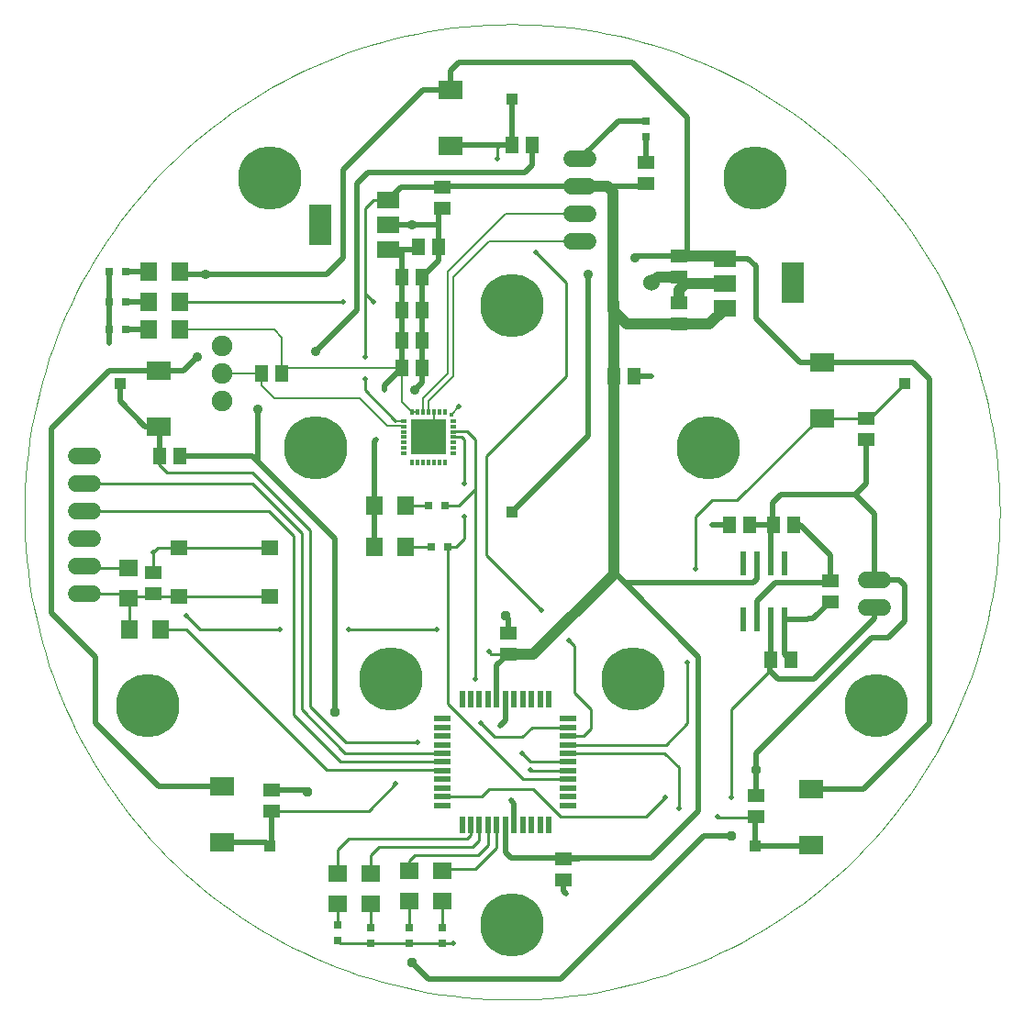
<source format=gtl>
G75*
%MOIN*%
%OFA0B0*%
%FSLAX25Y25*%
%IPPOS*%
%LPD*%
%AMOC8*
5,1,8,0,0,1.08239X$1,22.5*
%
%ADD10C,0.00039*%
%ADD11R,0.08661X0.07087*%
%ADD12R,0.04134X0.04134*%
%ADD13R,0.07900X0.05900*%
%ADD14R,0.07900X0.15000*%
%ADD15R,0.05906X0.05118*%
%ADD16R,0.05118X0.05906*%
%ADD17R,0.01969X0.05906*%
%ADD18R,0.05906X0.01969*%
%ADD19R,0.03150X0.03150*%
%ADD20R,0.07098X0.06299*%
%ADD21R,0.06299X0.07098*%
%ADD22C,0.06000*%
%ADD23R,0.06300X0.05512*%
%ADD24R,0.01181X0.02362*%
%ADD25R,0.02362X0.01181*%
%ADD26R,0.12992X0.12992*%
%ADD27R,0.01713X0.01713*%
%ADD28C,0.07500*%
%ADD29C,0.23000*%
%ADD30R,0.02362X0.08661*%
%ADD31C,0.02000*%
%ADD32C,0.03543*%
%ADD33C,0.01950*%
%ADD34C,0.00800*%
%ADD35C,0.04000*%
%ADD36C,0.06000*%
%ADD37C,0.01000*%
%ADD38C,0.03750*%
%ADD39C,0.03600*%
D10*
X0300276Y0192366D02*
X0300329Y0196714D01*
X0300489Y0201059D01*
X0300756Y0205399D01*
X0301129Y0209731D01*
X0301608Y0214053D01*
X0302194Y0218362D01*
X0302884Y0222654D01*
X0303680Y0226929D01*
X0304581Y0231183D01*
X0305585Y0235414D01*
X0306694Y0239618D01*
X0307905Y0243794D01*
X0309218Y0247939D01*
X0310632Y0252051D01*
X0312147Y0256127D01*
X0313762Y0260164D01*
X0315475Y0264161D01*
X0317286Y0268114D01*
X0319193Y0272021D01*
X0321195Y0275881D01*
X0323292Y0279690D01*
X0325482Y0283447D01*
X0327763Y0287149D01*
X0330134Y0290794D01*
X0332594Y0294379D01*
X0335141Y0297903D01*
X0337774Y0301364D01*
X0340491Y0304758D01*
X0343290Y0308085D01*
X0346170Y0311343D01*
X0349130Y0314528D01*
X0352166Y0317641D01*
X0355279Y0320677D01*
X0358464Y0323637D01*
X0361722Y0326517D01*
X0365049Y0329316D01*
X0368443Y0332033D01*
X0371904Y0334666D01*
X0375428Y0337213D01*
X0379013Y0339673D01*
X0382658Y0342044D01*
X0386360Y0344325D01*
X0390117Y0346515D01*
X0393926Y0348612D01*
X0397786Y0350614D01*
X0401693Y0352521D01*
X0405646Y0354332D01*
X0409643Y0356045D01*
X0413680Y0357660D01*
X0417756Y0359175D01*
X0421868Y0360589D01*
X0426013Y0361902D01*
X0430189Y0363113D01*
X0434393Y0364222D01*
X0438624Y0365226D01*
X0442878Y0366127D01*
X0447153Y0366923D01*
X0451445Y0367613D01*
X0455754Y0368199D01*
X0460076Y0368678D01*
X0464408Y0369051D01*
X0468748Y0369318D01*
X0473093Y0369478D01*
X0477441Y0369531D01*
X0481789Y0369478D01*
X0486134Y0369318D01*
X0490474Y0369051D01*
X0494806Y0368678D01*
X0499128Y0368199D01*
X0503437Y0367613D01*
X0507729Y0366923D01*
X0512004Y0366127D01*
X0516258Y0365226D01*
X0520489Y0364222D01*
X0524693Y0363113D01*
X0528869Y0361902D01*
X0533014Y0360589D01*
X0537126Y0359175D01*
X0541202Y0357660D01*
X0545239Y0356045D01*
X0549236Y0354332D01*
X0553189Y0352521D01*
X0557096Y0350614D01*
X0560956Y0348612D01*
X0564765Y0346515D01*
X0568522Y0344325D01*
X0572224Y0342044D01*
X0575869Y0339673D01*
X0579454Y0337213D01*
X0582978Y0334666D01*
X0586439Y0332033D01*
X0589833Y0329316D01*
X0593160Y0326517D01*
X0596418Y0323637D01*
X0599603Y0320677D01*
X0602716Y0317641D01*
X0605752Y0314528D01*
X0608712Y0311343D01*
X0611592Y0308085D01*
X0614391Y0304758D01*
X0617108Y0301364D01*
X0619741Y0297903D01*
X0622288Y0294379D01*
X0624748Y0290794D01*
X0627119Y0287149D01*
X0629400Y0283447D01*
X0631590Y0279690D01*
X0633687Y0275881D01*
X0635689Y0272021D01*
X0637596Y0268114D01*
X0639407Y0264161D01*
X0641120Y0260164D01*
X0642735Y0256127D01*
X0644250Y0252051D01*
X0645664Y0247939D01*
X0646977Y0243794D01*
X0648188Y0239618D01*
X0649297Y0235414D01*
X0650301Y0231183D01*
X0651202Y0226929D01*
X0651998Y0222654D01*
X0652688Y0218362D01*
X0653274Y0214053D01*
X0653753Y0209731D01*
X0654126Y0205399D01*
X0654393Y0201059D01*
X0654553Y0196714D01*
X0654606Y0192366D01*
X0654553Y0188018D01*
X0654393Y0183673D01*
X0654126Y0179333D01*
X0653753Y0175001D01*
X0653274Y0170679D01*
X0652688Y0166370D01*
X0651998Y0162078D01*
X0651202Y0157803D01*
X0650301Y0153549D01*
X0649297Y0149318D01*
X0648188Y0145114D01*
X0646977Y0140938D01*
X0645664Y0136793D01*
X0644250Y0132681D01*
X0642735Y0128605D01*
X0641120Y0124568D01*
X0639407Y0120571D01*
X0637596Y0116618D01*
X0635689Y0112711D01*
X0633687Y0108851D01*
X0631590Y0105042D01*
X0629400Y0101285D01*
X0627119Y0097583D01*
X0624748Y0093938D01*
X0622288Y0090353D01*
X0619741Y0086829D01*
X0617108Y0083368D01*
X0614391Y0079974D01*
X0611592Y0076647D01*
X0608712Y0073389D01*
X0605752Y0070204D01*
X0602716Y0067091D01*
X0599603Y0064055D01*
X0596418Y0061095D01*
X0593160Y0058215D01*
X0589833Y0055416D01*
X0586439Y0052699D01*
X0582978Y0050066D01*
X0579454Y0047519D01*
X0575869Y0045059D01*
X0572224Y0042688D01*
X0568522Y0040407D01*
X0564765Y0038217D01*
X0560956Y0036120D01*
X0557096Y0034118D01*
X0553189Y0032211D01*
X0549236Y0030400D01*
X0545239Y0028687D01*
X0541202Y0027072D01*
X0537126Y0025557D01*
X0533014Y0024143D01*
X0528869Y0022830D01*
X0524693Y0021619D01*
X0520489Y0020510D01*
X0516258Y0019506D01*
X0512004Y0018605D01*
X0507729Y0017809D01*
X0503437Y0017119D01*
X0499128Y0016533D01*
X0494806Y0016054D01*
X0490474Y0015681D01*
X0486134Y0015414D01*
X0481789Y0015254D01*
X0477441Y0015201D01*
X0473093Y0015254D01*
X0468748Y0015414D01*
X0464408Y0015681D01*
X0460076Y0016054D01*
X0455754Y0016533D01*
X0451445Y0017119D01*
X0447153Y0017809D01*
X0442878Y0018605D01*
X0438624Y0019506D01*
X0434393Y0020510D01*
X0430189Y0021619D01*
X0426013Y0022830D01*
X0421868Y0024143D01*
X0417756Y0025557D01*
X0413680Y0027072D01*
X0409643Y0028687D01*
X0405646Y0030400D01*
X0401693Y0032211D01*
X0397786Y0034118D01*
X0393926Y0036120D01*
X0390117Y0038217D01*
X0386360Y0040407D01*
X0382658Y0042688D01*
X0379013Y0045059D01*
X0375428Y0047519D01*
X0371904Y0050066D01*
X0368443Y0052699D01*
X0365049Y0055416D01*
X0361722Y0058215D01*
X0358464Y0061095D01*
X0355279Y0064055D01*
X0352166Y0067091D01*
X0349130Y0070204D01*
X0346170Y0073389D01*
X0343290Y0076647D01*
X0340491Y0079974D01*
X0337774Y0083368D01*
X0335141Y0086829D01*
X0332594Y0090353D01*
X0330134Y0093938D01*
X0327763Y0097583D01*
X0325482Y0101285D01*
X0323292Y0105042D01*
X0321195Y0108851D01*
X0319193Y0112711D01*
X0317286Y0116618D01*
X0315475Y0120571D01*
X0313762Y0124568D01*
X0312147Y0128605D01*
X0310632Y0132681D01*
X0309218Y0136793D01*
X0307905Y0140938D01*
X0306694Y0145114D01*
X0305585Y0149318D01*
X0304581Y0153549D01*
X0303680Y0157803D01*
X0302884Y0162078D01*
X0302194Y0166370D01*
X0301608Y0170679D01*
X0301129Y0175001D01*
X0300756Y0179333D01*
X0300489Y0183673D01*
X0300329Y0188018D01*
X0300276Y0192366D01*
D11*
X0349000Y0223461D03*
X0349000Y0243539D03*
X0455000Y0325461D03*
X0455000Y0345539D03*
X0590000Y0246539D03*
X0590000Y0226461D03*
X0586000Y0091539D03*
X0586000Y0071461D03*
X0372000Y0072461D03*
X0372000Y0092539D03*
D12*
X0389252Y0071106D03*
X0477441Y0192366D03*
X0565630Y0071106D03*
X0619961Y0238823D03*
X0477441Y0342366D03*
X0334921Y0238823D03*
D13*
X0432400Y0287600D03*
X0432400Y0296600D03*
X0432400Y0305600D03*
X0554600Y0284400D03*
X0554600Y0275400D03*
X0554600Y0266400D03*
D14*
X0579400Y0275500D03*
X0407600Y0296500D03*
D15*
X0452000Y0302760D03*
X0452000Y0310240D03*
X0526000Y0311760D03*
X0526000Y0319240D03*
X0538000Y0285240D03*
X0538000Y0277760D03*
X0538000Y0268240D03*
X0538000Y0260760D03*
X0606000Y0226240D03*
X0606000Y0218760D03*
X0593000Y0167240D03*
X0593000Y0159760D03*
X0566000Y0089240D03*
X0566000Y0081760D03*
X0496000Y0066240D03*
X0496000Y0058760D03*
X0476000Y0140760D03*
X0476000Y0148240D03*
X0390000Y0091240D03*
X0390000Y0083760D03*
X0347000Y0162760D03*
X0347000Y0170240D03*
D16*
X0349260Y0212500D03*
X0356740Y0212500D03*
X0386260Y0242500D03*
X0393740Y0242500D03*
X0437260Y0244500D03*
X0444740Y0244500D03*
X0444740Y0254500D03*
X0437260Y0254500D03*
X0437260Y0265500D03*
X0444740Y0265500D03*
X0444740Y0277500D03*
X0437260Y0277500D03*
X0443260Y0288500D03*
X0450740Y0288500D03*
X0477260Y0325500D03*
X0484740Y0325500D03*
X0514260Y0241500D03*
X0521740Y0241500D03*
X0556260Y0187500D03*
X0563740Y0187500D03*
X0572260Y0187500D03*
X0579740Y0187500D03*
X0578740Y0138500D03*
X0571260Y0138500D03*
D17*
X0490748Y0124335D03*
X0487598Y0124335D03*
X0484449Y0124335D03*
X0481299Y0124335D03*
X0478150Y0124335D03*
X0475000Y0124335D03*
X0471850Y0124335D03*
X0468701Y0124335D03*
X0465551Y0124335D03*
X0462402Y0124335D03*
X0459252Y0124335D03*
X0459252Y0078665D03*
X0462402Y0078665D03*
X0465551Y0078665D03*
X0468701Y0078665D03*
X0471850Y0078665D03*
X0475000Y0078665D03*
X0478150Y0078665D03*
X0481299Y0078665D03*
X0484449Y0078665D03*
X0487598Y0078665D03*
X0490748Y0078665D03*
D18*
X0497835Y0085752D03*
X0497835Y0088902D03*
X0497835Y0092051D03*
X0497835Y0095201D03*
X0497835Y0098350D03*
X0497835Y0101500D03*
X0497835Y0104650D03*
X0497835Y0107799D03*
X0497835Y0110949D03*
X0497835Y0114098D03*
X0497835Y0117248D03*
X0452165Y0117248D03*
X0452165Y0114098D03*
X0452165Y0110949D03*
X0452165Y0107799D03*
X0452165Y0104650D03*
X0452165Y0101500D03*
X0452165Y0098350D03*
X0452165Y0095201D03*
X0452165Y0092051D03*
X0452165Y0088902D03*
X0452165Y0085752D03*
D19*
X0452000Y0041453D03*
X0452000Y0035547D03*
X0440000Y0035547D03*
X0440000Y0041453D03*
X0426000Y0041453D03*
X0426000Y0035547D03*
X0414000Y0036547D03*
X0414000Y0042453D03*
X0448047Y0179500D03*
X0453953Y0179500D03*
X0452953Y0194500D03*
X0447047Y0194500D03*
X0336953Y0258500D03*
X0331047Y0258500D03*
X0331047Y0268500D03*
X0336953Y0268500D03*
X0336953Y0279500D03*
X0331047Y0279500D03*
X0526000Y0328547D03*
X0526000Y0334453D03*
D20*
X0338000Y0172098D03*
X0338000Y0160902D03*
X0414000Y0061098D03*
X0414000Y0049902D03*
X0426000Y0049902D03*
X0426000Y0061098D03*
X0440000Y0062098D03*
X0440000Y0050902D03*
X0452000Y0050902D03*
X0452000Y0062098D03*
D21*
X0349598Y0149500D03*
X0338402Y0149500D03*
X0427402Y0179500D03*
X0438598Y0179500D03*
X0438598Y0194500D03*
X0427402Y0194500D03*
X0356598Y0258500D03*
X0356598Y0268500D03*
X0345402Y0268500D03*
X0345402Y0258500D03*
X0345402Y0279500D03*
X0356598Y0279500D03*
D22*
X0325000Y0212500D02*
X0319000Y0212500D01*
X0319000Y0202500D02*
X0325000Y0202500D01*
X0325000Y0192500D02*
X0319000Y0192500D01*
X0319000Y0182500D02*
X0325000Y0182500D01*
X0325000Y0172500D02*
X0319000Y0172500D01*
X0319000Y0162500D02*
X0325000Y0162500D01*
X0499000Y0290500D02*
X0505000Y0290500D01*
X0505000Y0300500D02*
X0499000Y0300500D01*
X0499000Y0310500D02*
X0505000Y0310500D01*
X0505000Y0320500D02*
X0499000Y0320500D01*
X0606000Y0167500D02*
X0612000Y0167500D01*
X0612000Y0157500D02*
X0606000Y0157500D01*
D23*
X0389535Y0161642D03*
X0389535Y0179358D03*
X0356465Y0179358D03*
X0356465Y0161642D03*
D24*
X0441094Y0210445D03*
X0443063Y0210445D03*
X0445031Y0210445D03*
X0447000Y0210445D03*
X0448969Y0210445D03*
X0450937Y0210445D03*
X0452906Y0210445D03*
X0452906Y0228555D03*
X0450937Y0228555D03*
X0448969Y0228555D03*
X0447000Y0228555D03*
X0445031Y0228555D03*
X0443063Y0228555D03*
X0441094Y0228555D03*
D25*
X0437945Y0225406D03*
X0437945Y0223437D03*
X0437945Y0221469D03*
X0437945Y0219500D03*
X0437945Y0217531D03*
X0437945Y0215563D03*
X0437945Y0213594D03*
X0456055Y0213594D03*
X0456055Y0215563D03*
X0456055Y0217531D03*
X0456055Y0219500D03*
X0456055Y0221469D03*
X0456055Y0223437D03*
X0456055Y0225406D03*
D26*
X0447000Y0219500D03*
D27*
X0455278Y0227778D03*
D28*
X0372000Y0232500D03*
X0372000Y0242500D03*
X0372000Y0252500D03*
D29*
X0406102Y0215555D03*
X0477441Y0267366D03*
X0548780Y0215555D03*
X0521535Y0131697D03*
X0433346Y0131697D03*
X0345000Y0121933D03*
X0477441Y0042366D03*
X0609882Y0121933D03*
X0565591Y0313705D03*
X0389291Y0313705D03*
D30*
X0561500Y0173736D03*
X0566500Y0173736D03*
X0571500Y0173736D03*
X0576500Y0173736D03*
X0576500Y0153264D03*
X0571500Y0153264D03*
X0566500Y0153264D03*
X0561500Y0153264D03*
D31*
X0326000Y0139500D02*
X0310000Y0155500D01*
X0310000Y0222500D01*
X0331039Y0243539D01*
X0349000Y0243539D01*
X0358039Y0243539D01*
X0363000Y0248500D01*
X0345402Y0258500D02*
X0336953Y0258500D01*
X0331047Y0258500D02*
X0331047Y0253547D01*
X0331000Y0253500D01*
X0331000Y0268453D01*
X0331047Y0268500D01*
X0331047Y0279500D01*
X0336953Y0279500D02*
X0345402Y0279500D01*
X0356598Y0279500D02*
X0357598Y0278500D01*
X0366000Y0278500D01*
X0410000Y0278500D01*
X0416000Y0284500D01*
X0416000Y0316500D01*
X0445039Y0345539D01*
X0455000Y0345539D01*
X0455000Y0352500D01*
X0458000Y0355500D01*
X0521000Y0355500D01*
X0541000Y0335500D01*
X0541000Y0286240D01*
X0540000Y0285240D01*
X0538000Y0285240D02*
X0522740Y0285240D01*
X0522000Y0284500D01*
X0505000Y0278500D02*
X0505000Y0219925D01*
X0477441Y0192366D01*
X0514260Y0170500D02*
X0518260Y0166500D01*
X0545000Y0139760D01*
X0545000Y0083500D01*
X0528000Y0066500D01*
X0507740Y0066500D01*
X0477000Y0066500D01*
X0475000Y0068500D01*
X0475000Y0078665D01*
X0478150Y0078665D02*
X0478150Y0086350D01*
X0477000Y0087500D01*
X0496000Y0066240D02*
X0507740Y0066500D01*
X0496000Y0058760D02*
X0496000Y0054500D01*
X0497000Y0053500D01*
X0495000Y0022500D02*
X0447000Y0022500D01*
X0441000Y0028500D01*
X0390000Y0071854D02*
X0389252Y0071106D01*
X0387898Y0072461D01*
X0372000Y0072461D01*
X0390000Y0071854D02*
X0390000Y0083760D01*
X0390740Y0090500D02*
X0390000Y0091240D01*
X0402260Y0091240D01*
X0403000Y0090500D01*
X0372000Y0092539D02*
X0371961Y0092500D01*
X0349000Y0092500D01*
X0326000Y0115500D01*
X0326000Y0139500D01*
X0349260Y0212500D02*
X0349260Y0223201D01*
X0349000Y0223461D01*
X0344039Y0223461D01*
X0335000Y0232500D01*
X0335000Y0238744D01*
X0334921Y0238823D01*
X0336953Y0268500D02*
X0345402Y0268500D01*
X0385000Y0229500D02*
X0385000Y0210500D01*
X0383000Y0212500D01*
X0356740Y0212500D01*
X0385000Y0210500D02*
X0413000Y0182500D01*
X0413000Y0119500D01*
X0471850Y0124335D02*
X0471850Y0136610D01*
X0476000Y0140760D01*
X0476000Y0148240D02*
X0476000Y0153500D01*
X0475000Y0154500D01*
X0475000Y0124335D02*
X0475000Y0116500D01*
X0473000Y0114500D01*
X0518260Y0166500D02*
X0565000Y0166500D01*
X0566500Y0168000D01*
X0566500Y0173736D01*
X0571500Y0173736D02*
X0571500Y0186740D01*
X0572260Y0187500D01*
X0572000Y0187760D01*
X0572000Y0195500D01*
X0575000Y0198500D01*
X0602000Y0198500D01*
X0606000Y0202500D01*
X0606000Y0218760D01*
X0602000Y0198500D02*
X0609000Y0191500D01*
X0609000Y0167500D01*
X0618000Y0167500D01*
X0620000Y0165500D01*
X0620000Y0152500D01*
X0614000Y0146500D01*
X0608000Y0146500D01*
X0566000Y0104500D01*
X0566000Y0098500D01*
X0566000Y0089240D01*
X0566000Y0081760D02*
X0565630Y0081390D01*
X0565630Y0071106D01*
X0583606Y0071106D01*
X0584000Y0071500D01*
X0585961Y0071500D01*
X0586000Y0071461D01*
X0586000Y0091539D02*
X0605039Y0091539D01*
X0629000Y0115500D01*
X0629000Y0240500D01*
X0623000Y0246500D01*
X0590039Y0246500D01*
X0590000Y0246539D01*
X0589961Y0246500D01*
X0582000Y0246500D01*
X0566000Y0262500D01*
X0566000Y0281500D01*
X0563100Y0284400D01*
X0554600Y0284400D01*
X0526000Y0311760D02*
X0524740Y0310500D01*
X0512000Y0310500D01*
X0502000Y0310500D02*
X0452260Y0310500D01*
X0452000Y0310240D01*
X0437040Y0310240D01*
X0432400Y0305600D01*
X0432400Y0296600D02*
X0432500Y0296500D01*
X0441000Y0296500D01*
X0450740Y0296500D01*
X0450740Y0288500D01*
X0450740Y0283500D01*
X0444740Y0277500D01*
X0444740Y0265500D01*
X0444740Y0254500D01*
X0444740Y0244500D01*
X0444740Y0239240D01*
X0442000Y0236500D01*
X0437260Y0244500D02*
X0431000Y0238240D01*
X0431000Y0236500D01*
X0437260Y0244500D02*
X0437260Y0254500D01*
X0437260Y0265500D01*
X0437260Y0277500D01*
X0437260Y0286340D01*
X0436000Y0287600D01*
X0442360Y0287600D01*
X0443260Y0288500D01*
X0436000Y0287600D02*
X0432400Y0287600D01*
X0450740Y0296500D02*
X0450740Y0301500D01*
X0452000Y0302760D01*
X0455000Y0325461D02*
X0455039Y0325500D01*
X0473000Y0325500D01*
X0477260Y0325500D01*
X0477441Y0325681D01*
X0477441Y0342366D01*
X0484740Y0325500D02*
X0484740Y0318240D01*
X0482000Y0315500D01*
X0425000Y0315500D01*
X0421000Y0311500D01*
X0421000Y0265500D01*
X0406000Y0250500D01*
X0428000Y0218500D02*
X0427402Y0217902D01*
X0427402Y0194500D01*
X0427402Y0179500D01*
X0521740Y0241500D02*
X0528000Y0241500D01*
X0550000Y0187500D02*
X0556260Y0187500D01*
X0563740Y0187500D02*
X0572260Y0187500D01*
X0579740Y0187500D02*
X0582000Y0187500D01*
X0593000Y0176500D01*
X0593000Y0167240D01*
X0592260Y0166500D01*
X0573000Y0166500D01*
X0566500Y0160000D01*
X0566500Y0153264D01*
X0571500Y0153264D02*
X0571500Y0138740D01*
X0571260Y0138500D01*
X0571000Y0138240D01*
X0571000Y0134500D01*
X0574000Y0131500D01*
X0587000Y0131500D01*
X0609000Y0153500D01*
X0609000Y0157500D01*
X0593000Y0159760D02*
X0586740Y0153500D01*
X0585000Y0153500D01*
X0584764Y0153264D01*
X0576500Y0153264D01*
X0576500Y0140740D01*
X0578740Y0138500D01*
X0557000Y0074500D02*
X0547000Y0074500D01*
X0495000Y0022500D01*
X0526000Y0319240D02*
X0526000Y0328547D01*
X0526000Y0334453D02*
X0515953Y0334453D01*
X0502000Y0320500D01*
D32*
X0441000Y0296500D03*
X0442000Y0236500D03*
D33*
X0431000Y0236500D03*
X0424000Y0240500D03*
X0424000Y0248500D03*
X0427000Y0268500D03*
X0416000Y0268500D03*
X0458000Y0230500D03*
X0451000Y0223500D03*
X0451000Y0215500D03*
X0443000Y0215500D03*
X0443000Y0223500D03*
X0428000Y0218500D03*
X0460000Y0202500D03*
X0460000Y0190500D03*
X0488000Y0156500D03*
X0498000Y0145500D03*
X0469000Y0141500D03*
X0464000Y0131500D03*
X0466000Y0115500D03*
X0473000Y0114500D03*
X0481000Y0104500D03*
X0484000Y0098500D03*
X0477000Y0087500D03*
X0443000Y0108500D03*
X0435000Y0093500D03*
X0450000Y0149500D03*
X0418000Y0149500D03*
X0393000Y0149500D03*
X0359000Y0154500D03*
X0347000Y0177500D03*
X0331000Y0253500D03*
X0472000Y0320500D03*
X0486000Y0286500D03*
X0528000Y0241500D03*
X0550000Y0187500D03*
X0544000Y0171500D03*
X0585000Y0153500D03*
X0541000Y0137500D03*
X0533000Y0088500D03*
X0538000Y0084500D03*
X0552000Y0081500D03*
X0557000Y0088500D03*
X0497000Y0053500D03*
X0456000Y0035500D03*
D34*
X0443000Y0215500D02*
X0447000Y0219500D01*
X0451000Y0223500D02*
X0448969Y0225531D01*
X0448969Y0228555D01*
X0447000Y0228555D02*
X0447000Y0232500D01*
X0456000Y0241500D01*
X0456000Y0277500D01*
X0469000Y0290500D01*
X0502000Y0290500D01*
X0502000Y0300500D02*
X0475000Y0300500D01*
X0454000Y0279500D01*
X0454000Y0242500D01*
X0445000Y0233500D01*
X0445000Y0228587D01*
X0445031Y0228555D01*
X0443063Y0228555D02*
X0441094Y0228555D01*
X0437260Y0232390D01*
X0437260Y0244500D01*
X0395740Y0244500D01*
X0393740Y0242500D01*
X0393740Y0255760D01*
X0391000Y0258500D01*
X0356598Y0258500D01*
X0372000Y0242500D02*
X0386260Y0242500D01*
X0386260Y0238240D01*
X0391000Y0233500D01*
X0422000Y0233500D01*
X0432000Y0223500D01*
X0437882Y0223500D01*
X0437945Y0223437D01*
X0437945Y0225406D02*
X0435094Y0225406D01*
X0455278Y0227778D02*
X0458000Y0230500D01*
D35*
X0514260Y0241500D02*
X0514260Y0170500D01*
X0514260Y0169760D01*
X0485000Y0140500D01*
X0476260Y0140500D01*
X0476000Y0140760D01*
X0514260Y0241500D02*
X0514260Y0268240D01*
X0514000Y0268500D01*
X0514000Y0265500D01*
X0519000Y0260500D01*
X0537740Y0260500D01*
X0538000Y0260760D01*
X0538260Y0260500D01*
X0549000Y0260500D01*
X0554600Y0266100D01*
X0554600Y0266400D01*
X0554600Y0275400D02*
X0540360Y0275400D01*
X0538000Y0273040D01*
X0538000Y0268240D01*
X0540360Y0275400D02*
X0538000Y0277760D01*
X0530260Y0277760D01*
X0528000Y0275500D01*
X0538000Y0285240D02*
X0540000Y0285240D01*
X0553760Y0285240D01*
X0554600Y0284400D01*
X0514000Y0268500D02*
X0514000Y0308500D01*
X0512000Y0310500D01*
X0502000Y0310500D01*
D36*
X0528000Y0275500D03*
D37*
X0497000Y0275500D02*
X0486000Y0286500D01*
X0497000Y0275500D02*
X0497000Y0241500D01*
X0468000Y0212500D01*
X0468000Y0176500D01*
X0488000Y0156500D01*
X0498000Y0145500D02*
X0500000Y0143500D01*
X0500000Y0126500D01*
X0506000Y0120500D01*
X0506000Y0113500D01*
X0503449Y0110949D01*
X0497835Y0110949D01*
X0497835Y0114098D02*
X0484598Y0114098D01*
X0481000Y0110500D01*
X0471000Y0110500D01*
X0466000Y0115500D01*
X0453953Y0122547D02*
X0481299Y0095201D01*
X0497835Y0095201D01*
X0497835Y0098350D02*
X0484150Y0098350D01*
X0484000Y0098500D01*
X0484000Y0101500D02*
X0481000Y0104500D01*
X0484000Y0101500D02*
X0497835Y0101500D01*
X0497984Y0104500D02*
X0497835Y0104650D01*
X0532850Y0104650D01*
X0538000Y0099500D01*
X0538000Y0084500D01*
X0533000Y0088500D02*
X0526000Y0081500D01*
X0495000Y0081500D01*
X0485000Y0091500D01*
X0469000Y0091500D01*
X0466402Y0088902D01*
X0452165Y0088902D01*
X0452165Y0098350D02*
X0452016Y0098500D01*
X0410000Y0098500D01*
X0359000Y0149500D01*
X0349598Y0149500D01*
X0338402Y0149500D02*
X0338402Y0158098D01*
X0338000Y0158500D01*
X0338000Y0160902D01*
X0338740Y0161642D01*
X0348000Y0161642D01*
X0347000Y0162642D01*
X0347000Y0162760D01*
X0348000Y0161642D02*
X0356465Y0161642D01*
X0389535Y0161642D01*
X0393000Y0149500D02*
X0364000Y0149500D01*
X0359000Y0154500D01*
X0347000Y0170240D02*
X0347000Y0177500D01*
X0348858Y0179358D01*
X0356465Y0179358D01*
X0389535Y0179358D01*
X0398000Y0183500D02*
X0389000Y0192500D01*
X0322000Y0192500D01*
X0322000Y0202500D02*
X0383000Y0202500D01*
X0401000Y0184500D01*
X0401000Y0120500D01*
X0416850Y0104650D01*
X0452165Y0104650D01*
X0452165Y0101500D02*
X0415000Y0101500D01*
X0398000Y0118500D01*
X0398000Y0183500D01*
X0404000Y0185500D02*
X0383000Y0206500D01*
X0352000Y0206500D01*
X0349000Y0209500D01*
X0349000Y0212240D01*
X0349260Y0212500D01*
X0338000Y0172098D02*
X0322402Y0172098D01*
X0322000Y0172500D01*
X0322000Y0162500D02*
X0336402Y0162500D01*
X0338000Y0160902D01*
X0404000Y0185500D02*
X0404000Y0121500D01*
X0417000Y0108500D01*
X0443000Y0108500D01*
X0453953Y0122547D02*
X0453953Y0179500D01*
X0457000Y0179500D01*
X0460000Y0182500D01*
X0460000Y0190500D01*
X0458000Y0194500D02*
X0452953Y0194500D01*
X0458000Y0194500D02*
X0464000Y0200500D01*
X0464000Y0131500D01*
X0469740Y0140760D02*
X0469000Y0141500D01*
X0469740Y0140760D02*
X0476000Y0140760D01*
X0450000Y0149500D02*
X0418000Y0149500D01*
X0438598Y0179500D02*
X0448047Y0179500D01*
X0447047Y0194500D02*
X0438598Y0194500D01*
X0460000Y0202500D02*
X0460000Y0218500D01*
X0459000Y0219500D01*
X0456055Y0219500D01*
X0456055Y0221469D02*
X0456087Y0221500D01*
X0461000Y0221500D01*
X0464000Y0218500D01*
X0464000Y0200500D01*
X0435094Y0225406D02*
X0424000Y0236500D01*
X0424000Y0240500D01*
X0424000Y0248500D02*
X0424000Y0271500D01*
X0427000Y0268500D01*
X0424000Y0271500D02*
X0424000Y0302500D01*
X0427000Y0305500D01*
X0432300Y0305500D01*
X0432400Y0305600D01*
X0416000Y0268500D02*
X0356598Y0268500D01*
X0472000Y0320500D02*
X0472000Y0324500D01*
X0473000Y0325500D01*
X0588961Y0226461D02*
X0559000Y0196500D01*
X0550000Y0196500D01*
X0544000Y0190500D01*
X0544000Y0171500D01*
X0541000Y0137500D02*
X0541000Y0115500D01*
X0533299Y0107799D01*
X0497835Y0107799D01*
X0471850Y0078665D02*
X0471850Y0070350D01*
X0464000Y0062500D01*
X0452402Y0062500D01*
X0452000Y0062098D01*
X0452000Y0050902D02*
X0452000Y0041453D01*
X0452000Y0035547D02*
X0455953Y0035547D01*
X0456000Y0035500D01*
X0452000Y0035547D02*
X0440000Y0035547D01*
X0426000Y0035547D01*
X0415000Y0035547D01*
X0414000Y0036547D01*
X0414000Y0042453D02*
X0414000Y0049902D01*
X0414000Y0061098D02*
X0414000Y0069500D01*
X0418000Y0073500D01*
X0461000Y0073500D01*
X0462402Y0074902D01*
X0462402Y0078665D01*
X0465551Y0078665D02*
X0465551Y0073051D01*
X0463000Y0070500D01*
X0429000Y0070500D01*
X0426000Y0067500D01*
X0426000Y0061098D01*
X0426000Y0049902D02*
X0426000Y0041453D01*
X0440000Y0041453D02*
X0440000Y0050902D01*
X0440000Y0062098D02*
X0440000Y0065500D01*
X0442000Y0067500D01*
X0465000Y0067500D01*
X0468701Y0071201D01*
X0468701Y0078665D01*
X0435000Y0093500D02*
X0425260Y0083760D01*
X0390000Y0083760D01*
X0552000Y0081500D02*
X0552110Y0081390D01*
X0565630Y0081390D01*
X0557000Y0088500D02*
X0557000Y0120500D01*
X0571000Y0134500D01*
X0588961Y0226461D02*
X0590000Y0226461D01*
X0605780Y0226461D01*
X0606000Y0226240D01*
X0607378Y0226240D01*
X0619961Y0238823D01*
D38*
X0475000Y0154500D03*
X0413000Y0119500D03*
X0403000Y0090500D03*
X0441000Y0028500D03*
X0557000Y0074500D03*
X0566000Y0098500D03*
D39*
X0406000Y0250500D03*
X0385000Y0229500D03*
X0363000Y0248500D03*
X0366000Y0278500D03*
X0505000Y0278500D03*
X0522000Y0284500D03*
M02*

</source>
